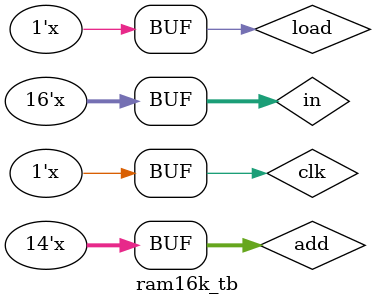
<source format=v>
`include "Hadif_B190513CS_Q08.v"

module ram16k_tb;

wire [15:0] o;
reg [15:0] in;
reg [13:0] add;
reg load, clk;

ram16k r1(o, in, add, load, clk);

initial
begin
  clk=0;
  in=0;
  load=0;
  add=0;
  $dumpfile("dff.vcd");
  $dumpvars(0, r1);
  $display("clk  load     add    in    out");
  $monitor("  %b     %b       %d %d  %d", clk, load, add, in, o);
end

always #5 in = in+123;
always #3 clk = ~clk;
always #7 load = ~load;
always #13 add = add+1;

endmodule
</source>
